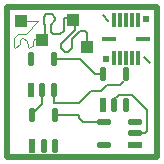
<source format=gtl>
%FSLAX23Y23*%
%MOMM*%
%SFA1B1*%

%IPPOS*%
%ADD10R,0.999998X0.999998*%
%ADD11R,1.199896X0.320040*%
%ADD12R,0.320040X1.199896*%
%ADD13O,1.199896X0.549910*%
%ADD14R,1.199896X0.549910*%
%ADD15O,0.549910X1.199896*%
%ADD16R,0.549910X1.199896*%
%ADD17C,0.203200*%
%ADD18C,0.152400*%
%ADD19C,0.100076*%
%ADD20C,0.199898*%
%ADD21C,0.508000*%
%ADD22R,0.599948X0.599948*%
G54D10*
X6800Y9299D03*
X5599Y11599D03*
X2999Y9899D03*
X1199Y11500D03*
G54D11*
X8676Y9999D03*
X11522D03*
G54D12*
X11100Y8398D03*
X10599Y8400D03*
X10100D03*
X9599D03*
X9100D03*
X11100Y11599D03*
X10599D03*
X10100D03*
X9599D03*
X9100D03*
G54D13*
X10827Y2949D03*
Y1999D03*
X8199Y2949D03*
Y1050D03*
G54D14*
X10827Y1050D03*
G54D15*
X4050Y973D03*
X3100D03*
X4050Y3599D03*
X2150D03*
X10050Y4373D03*
X9100D03*
X10050Y6999D03*
X8150D03*
X3949Y5673D03*
X2999D03*
X3949Y8299D03*
X2050D03*
G54D16*
X2150Y973D03*
X8150Y4373D03*
X2050Y5673D03*
G54D17*
X6800Y9299D02*
Y10500D01*
X6599Y10700D02*
X6800Y10500D01*
X6199Y10700D02*
X6599D01*
X5500Y9999D02*
X6199Y10700D01*
X5500Y9199D02*
Y9999D01*
X5199Y8899D02*
X5500Y9199D01*
X4899Y8899D02*
X5199D01*
X4599Y9199D02*
X4899Y8899D01*
X4599Y9199D02*
Y9599D01*
X5800Y10800*
Y11400*
G54D18*
X5400Y11800D02*
X5599Y11599D01*
X4800Y11800D02*
X5400D01*
X4800Y10800D02*
Y11800D01*
Y10700D02*
Y10800D01*
X4500Y10400D02*
X4800Y10700D01*
X4400Y10400D02*
X4500D01*
X3899D02*
X4400D01*
X3700Y10599D02*
X3899Y10400D01*
X3700Y10599D02*
Y11199D01*
X4100Y11599*
Y11800*
X3800Y12100D02*
X4100Y11800D01*
X3299Y12100D02*
X3800D01*
X3100Y11899D02*
X3299Y12100D01*
X3100Y11299D02*
Y11899D01*
Y11299D02*
X3199Y11199D01*
Y9899D02*
Y11199D01*
X8100Y11999D02*
X8579Y11519D01*
X11599Y8500D02*
X12100Y7999D01*
G54D19*
X2299Y9999D02*
X2899D01*
X2299Y9899D02*
Y9999D01*
X2199Y9800D02*
X2299Y9899D01*
X2199Y9400D02*
Y9800D01*
X2100Y9400D02*
X2199D01*
X1899Y9199D02*
X2100Y9400D01*
X1800Y9299D02*
X1899Y9199D01*
X1800Y9299D02*
Y9599D01*
X1700Y9700D02*
X1800Y9599D01*
X1700Y9700D02*
Y9800D01*
X1400Y10100D02*
X1700Y9800D01*
X1299Y10100D02*
X1400D01*
X1100Y9899D02*
X1299Y10100D01*
X1100Y9599D02*
Y9899D01*
X700Y9199D02*
X1100Y9599D01*
X700Y9199D02*
D01*
X599Y9299D02*
X700Y9199D01*
X599Y9299D02*
Y10100D01*
X899Y10400*
X1599*
X2100Y10899*
Y10999*
X2599Y11500*
X1199D02*
X2599D01*
G54D20*
X6100Y3299D02*
Y3599D01*
X10599Y5299D02*
X11899Y3999D01*
X9500Y5299D02*
X10599D01*
X8999Y4800D02*
X9500Y5299D01*
X11899Y2199D02*
Y3999D01*
X8999Y4199D02*
Y4800D01*
X7100Y5599D02*
X7999D01*
X8500Y6100*
X9599*
X9949Y6450*
X5800Y4599D02*
X6100D01*
X7100Y5599*
X7500Y6999D02*
X8150D01*
X6199Y8299D02*
X7500Y6999D01*
X3949Y4649D02*
Y5673D01*
Y4649D02*
X3999Y4599D01*
X5800*
X3949Y8299D02*
X6199D01*
X2150Y3599D02*
Y3649D01*
X2999Y4500*
Y5673*
X10827Y1999D02*
X11700D01*
X11899Y2199*
X4050Y3599D02*
X6100D01*
Y3299D02*
X6450Y2949D01*
X8199*
G54D21*
X12699Y0D02*
Y12699D01*
X0D02*
X12699D01*
X0Y0D02*
Y12699D01*
Y0D02*
X12699D01*
G54D22*
X8400Y8299D03*
X11800Y11700D03*
M02*
</source>
